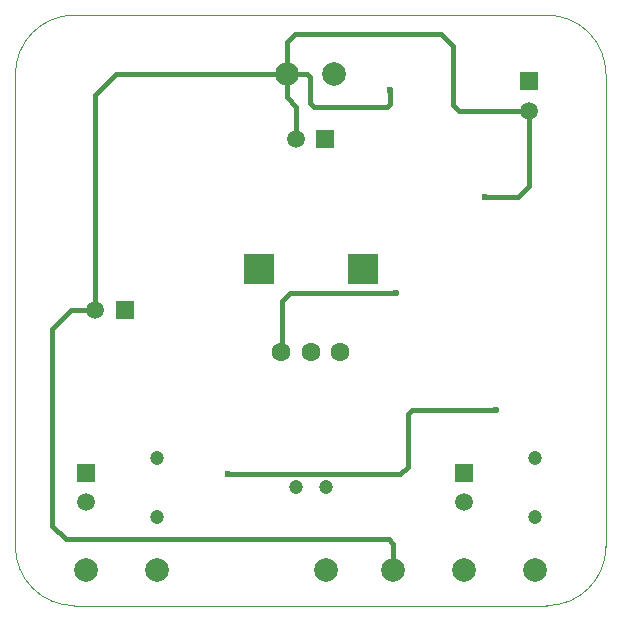
<source format=gbl>
G04*
G04 #@! TF.GenerationSoftware,Altium Limited,Altium Designer,20.2.7 (254)*
G04*
G04 Layer_Physical_Order=2*
G04 Layer_Color=16711680*
%FSAX44Y44*%
%MOMM*%
G71*
G04*
G04 #@! TF.SameCoordinates,51ACB8CF-5D8B-4831-AD9A-68E97BBA3DB7*
G04*
G04*
G04 #@! TF.FilePolarity,Positive*
G04*
G01*
G75*
%ADD14C,0.1000*%
%ADD36C,0.4000*%
%ADD37C,1.5000*%
%ADD38R,1.5000X1.5000*%
%ADD39C,1.2000*%
%ADD40C,2.0000*%
%ADD41R,1.5000X1.5000*%
%ADD42C,1.6000*%
%ADD43R,2.6000X2.6000*%
%ADD44C,0.6000*%
D14*
X01125000Y00925000D02*
G03*
X01175000Y00875000I00050000J00000000D01*
G01*
X01625000Y01325000D02*
G03*
X01575000Y01375000I-00050000J00000000D01*
G01*
Y00875000D02*
G03*
X01625000Y00925000I00000000J00050000D01*
G01*
X01175000Y01375000D02*
G03*
X01125000Y01325000I00000000J-00050000D01*
G01*
X01125000Y00925000D02*
X01125000Y01325000D01*
X01625000Y00925000D02*
Y01325000D01*
X01175000Y00875000D02*
X01575000Y00875000D01*
X01175000Y01375000D02*
X01575000D01*
D36*
X01192500Y01307500D02*
X01210000Y01325000D01*
X01192500Y01125000D02*
Y01307500D01*
X01210000Y01325000D02*
X01355000D01*
X01167500Y00931000D02*
X01441250D01*
X01156250Y00942250D02*
Y01109250D01*
Y00942250D02*
X01167500Y00931000D01*
X01441250D02*
X01445000Y00927250D01*
X01559750Y01230500D02*
Y01294000D01*
X01550500Y01221250D02*
X01559750Y01230500D01*
X01500250Y01294000D02*
X01559750D01*
X01522750Y01221250D02*
X01550500D01*
X01172000Y01125000D02*
X01192500D01*
X01156250Y01109250D02*
X01172000Y01125000D01*
X01445000Y00905000D02*
Y00927250D01*
X01374750Y01300750D02*
Y01322506D01*
Y01300750D02*
X01378000Y01297500D01*
X01439500D01*
X01355000Y01325000D02*
X01372256D01*
X01374750Y01322506D01*
X01441750Y01299750D02*
Y01311250D01*
X01439500Y01297500D02*
X01441750Y01299750D01*
X01495500Y01298750D02*
Y01349000D01*
X01361500Y01359000D02*
X01485500D01*
X01495500Y01349000D01*
Y01298750D02*
X01500250Y01294000D01*
X01355000Y01352500D02*
X01361500Y01359000D01*
X01355000Y01325000D02*
Y01352500D01*
X01362500Y01270000D02*
X01363000Y01270500D01*
Y01297250D01*
X01355000Y01305250D02*
Y01325000D01*
Y01305250D02*
X01363000Y01297250D01*
X01457000Y00992750D02*
Y01037000D01*
X01461000Y01041000D02*
X01531500D01*
X01457000Y01037000D02*
X01461000Y01041000D01*
X01305000Y00986750D02*
X01451000D01*
X01457000Y00992750D01*
X01350500Y01090500D02*
Y01132500D01*
X01357500Y01139500D02*
X01447250D01*
X01350500Y01132500D02*
X01357500Y01139500D01*
X01350000Y01090000D02*
X01350500Y01090500D01*
D37*
X01362500Y01270000D02*
D03*
X01505000Y00962500D02*
D03*
X01185000D02*
D03*
X01192500Y01125000D02*
D03*
X01559750Y01294000D02*
D03*
D38*
X01387500Y01270000D02*
D03*
X01217500Y01125000D02*
D03*
D39*
X01362300Y00975000D02*
D03*
X01387700D02*
D03*
X01565000Y01000000D02*
D03*
Y00950000D02*
D03*
X01245000Y01000000D02*
D03*
Y00950000D02*
D03*
D40*
X01565000Y00905000D02*
D03*
X01505000D02*
D03*
X01245000D02*
D03*
X01185000D02*
D03*
X01387700D02*
D03*
X01395000Y01325000D02*
D03*
X01355000D02*
D03*
X01445000Y00905000D02*
D03*
D41*
X01505000Y00987500D02*
D03*
X01185000D02*
D03*
X01559750Y01319000D02*
D03*
D42*
X01350000Y01090000D02*
D03*
X01400000D02*
D03*
X01375000D02*
D03*
D43*
X01419000Y01160000D02*
D03*
X01331000D02*
D03*
D44*
X01522750Y01221250D02*
D03*
X01441750Y01311250D02*
D03*
X01531500Y01041000D02*
D03*
X01305000Y00986750D02*
D03*
X01447250Y01139500D02*
D03*
M02*

</source>
